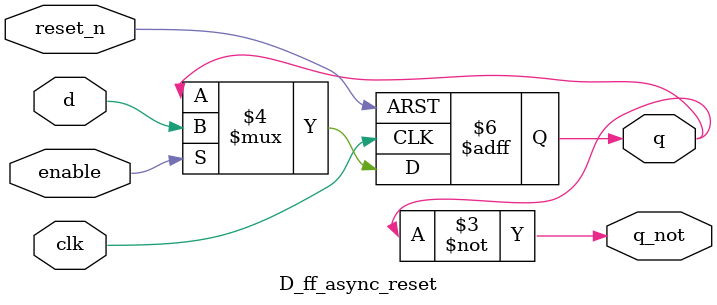
<source format=v>
module D_ff_async_reset (
                input d,
		input enable,
		input clk,
		input reset_n,
		output reg q,
		output q_not
		);
		
		
		always@ (posedge clk or negedge reset_n) begin
		   if (!reset_n)
		     q <= 1'b0;
		   else if (enable)
		     q <= d;
		end
	
		assign q_not = ~q;
		
endmodule

</source>
